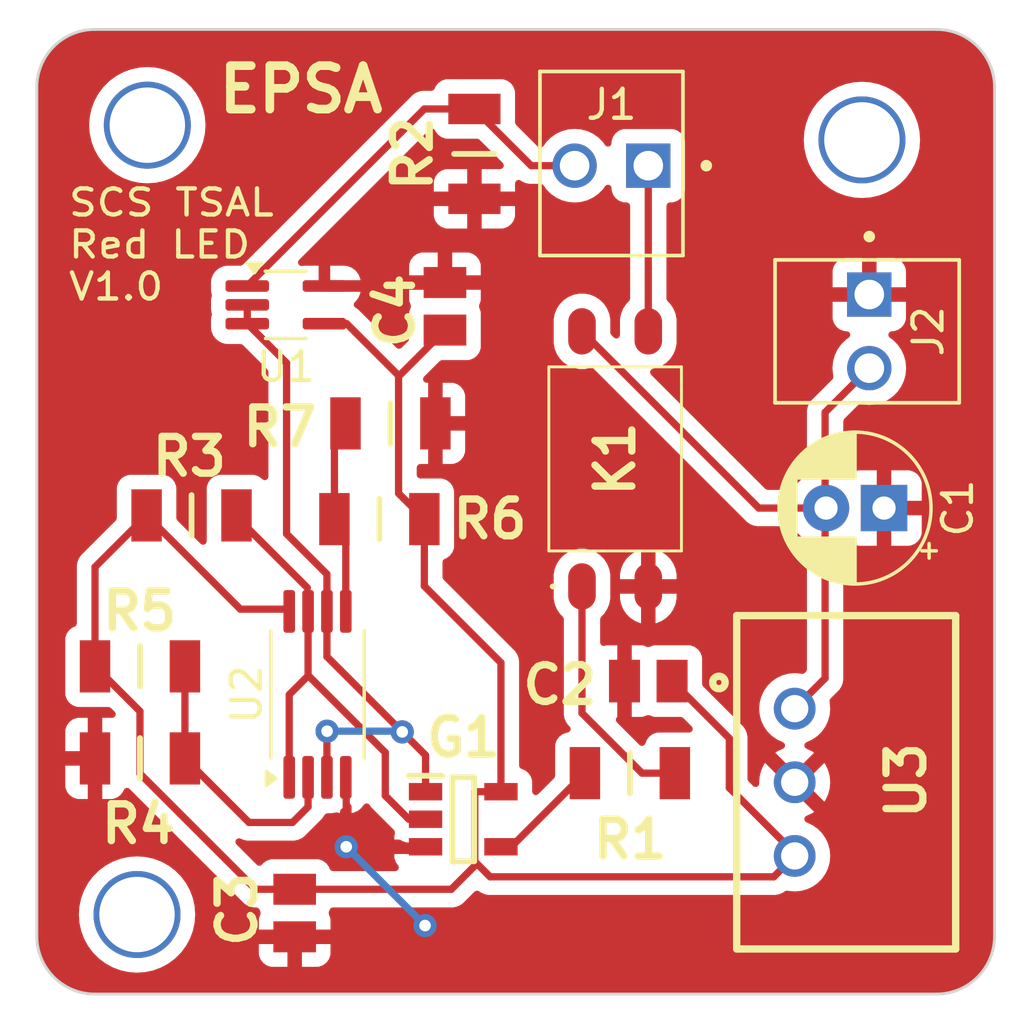
<source format=kicad_pcb>
(kicad_pcb (version 20240108) (generator "pcbnew") (generator_version "8.0")
  (layers (0 "F.Cu" signal) (31 "B.Cu" signal) (34 "B.Paste" user) (35 "F.Paste" user) (36 "B.SilkS" user "B.Silkscreen") (37 "F.SilkS" user "F.Silkscreen") (38 "B.Mask" user) (39 "F.Mask" user) (44 "Edge.Cuts" user))
  (net 0 "")
  (net 1 "+5V")
  (net 2 "/LED_On")
  (net 3 "GND")
  (net 4 "+12V")
  (net 5 "/Raw_LED_On")
  (net 6 "/LED_Power")
  (net 7 "Net-(K1-+_CONTROL)")
  (net 8 "/0.75V")
  (net 9 "/4.25V")
  (net 10 "Net-(G1-Pad4)")
  (net 11 "/SCS_Compliance")
  (footprint "Package_SO:TSSOP-8_4.4x3mm_P0.65mm" (layer "F.Cu") (at 77.495 70.9426 90)
    (property "Reference" "U2" (at 0 -2.45 -90) (layer "F.SilkS"))
    (property "Value" "Opamp_Dual" (hide yes))
    (fp_line (start 0 -1.61) (end 2.2 -1.61) (stroke (width 0.12)) (layer "F.SilkS"))
    (fp_line (start 0 -1.61) (end -2.2 -1.61) (stroke (width 0.12)) (layer "F.SilkS"))
    (fp_line (start 0 1.61) (end 2.2 1.61) (stroke (width 0.12)) (layer "F.SilkS"))
    (fp_line (start 0 1.61) (end -2.2 1.61) (stroke (width 0.12)) (layer "F.SilkS"))
    (fp_poly (pts (xy -2.9 -1.435) (xy -3.14 -1.765) (xy -2.66 -1.765) (xy -2.9 -1.435)) (stroke (width 0.12)) (fill solid) (layer "F.SilkS"))
    (pad "1" smd roundrect (at -2.8625 -0.975 90) (size 1.475 0.4) (layers "F.Cu" "F.Paste" "F.Mask") (net 11 "/SCS_Compliance"))
    (pad "2" smd roundrect (at -2.8625 -0.325 90) (size 1.475 0.4) (layers "F.Cu" "F.Paste" "F.Mask") (net 8 "/0.75V"))
    (pad "3" smd roundrect (at -2.8625 0.325 90) (size 1.475 0.4) (layers "F.Cu" "F.Paste" "F.Mask") (net 2 "/LED_On"))
    (pad "4" smd roundrect (at -2.8625 0.975 90) (size 1.475 0.4) (layers "F.Cu" "F.Paste" "F.Mask") (net 3 "GND"))
    (pad "5" smd roundrect (at 2.8625 0.975 90) (size 1.475 0.4) (layers "F.Cu" "F.Paste" "F.Mask") (net 9 "/4.25V"))
    (pad "6" smd roundrect (at 2.8625 0.325 90) (size 1.475 0.4) (layers "F.Cu" "F.Paste" "F.Mask") (net 2 "/LED_On"))
    (pad "7" smd roundrect (at 2.8625 -0.325 90) (size 1.475 0.4) (layers "F.Cu" "F.Paste" "F.Mask") (net 11 "/SCS_Compliance"))
    (pad "8" smd roundrect (at 2.8625 -0.975 90) (size 1.475 0.4) (layers "F.Cu" "F.Paste" "F.Mask") (net 1 "+5V"))
  )
  (footprint "EPSA_lib:RESC3216X70N" (layer "F.Cu") (at 88.265 73.66 180)
    (property "Reference" "R1" (at -0.011901 -2.286 180) (layer "F.SilkS") (effects (font (size 1.27 1.27) (thickness 0.254))))
    (property "Value" "2k2" (hide yes))
    (fp_line (start 0 -0.7) (end 0 0.7) (stroke (width 0.2)) (layer "F.SilkS"))
    (pad "1" smd rect (at -1.55 0 180) (size 1.05 1.8) (layers "F.Cu" "F.Paste" "F.Mask") (net 7 "Net-(K1-+_CONTROL)"))
    (pad "2" smd rect (at 1.55 0 180) (size 1.05 1.8) (layers "F.Cu" "F.Paste" "F.Mask") (net 10 "Net-(G1-Pad4)"))
  )
  (footprint "Capacitor_THT:CP_Radial_D5.0mm_P2.00mm" (layer "F.Cu") (at 97.028 64.516 180)
    (property "Reference" "C1" (at -2.54 0 -90) (layer "F.SilkS"))
    (property "Value" "C")
    (fp_line (start 3.601 -0.284) (end 3.601 0.284) (stroke (width 0.12)) (layer "F.SilkS"))
    (fp_line (start 3.561 -0.518) (end 3.561 0.518) (stroke (width 0.12)) (layer "F.SilkS"))
    (fp_line (start 3.521 -0.677) (end 3.521 0.677) (stroke (width 0.12)) (layer "F.SilkS"))
    (fp_line (start 3.481 -0.805) (end 3.481 0.805) (stroke (width 0.12)) (layer "F.SilkS"))
    (fp_line (start 3.441 -0.915) (end 3.441 0.915) (stroke (width 0.12)) (layer "F.SilkS"))
    (fp_line (start 3.401 -1.011) (end 3.401 1.011) (stroke (width 0.12)) (layer "F.SilkS"))
    (fp_line (start 3.361 -1.098) (end 3.361 1.098) (stroke (width 0.12)) (layer "F.SilkS"))
    (fp_line (start 3.321 -1.178) (end 3.321 1.178) (stroke (width 0.12)) (layer "F.SilkS"))
    (fp_line (start 3.281 -1.251) (end 3.281 1.251) (stroke (width 0.12)) (layer "F.SilkS"))
    (fp_line (start 3.241 -1.319) (end 3.241 1.319) (stroke (width 0.12)) (layer "F.SilkS"))
    (fp_line (start 3.201 -1.383) (end 3.201 1.383) (stroke (width 0.12)) (layer "F.SilkS"))
    (fp_line (start 3.161 -1.443) (end 3.161 1.443) (stroke (width 0.12)) (layer "F.SilkS"))
    (fp_line (start 3.121 -1.5) (end 3.121 1.5) (stroke (width 0.12)) (layer "F.SilkS"))
    (fp_line (start 3.081 -1.554) (end 3.081 1.554) (stroke (width 0.12)) (layer "F.SilkS"))
    (fp_line (start 3.041 -1.605) (end 3.041 1.605) (stroke (width 0.12)) (layer "F.SilkS"))
    (fp_line (start 3.001 1.04) (end 3.001 1.653) (stroke (width 0.12)) (layer "F.SilkS"))
    (fp_line (start 3.001 -1.653) (end 3.001 -1.04) (stroke (width 0.12)) (layer "F.SilkS"))
    (fp_line (start 2.961 1.04) (end 2.961 1.699) (stroke (width 0.12)) (layer "F.SilkS"))
    (fp_line (start 2.961 -1.699) (end 2.961 -1.04) (stroke (width 0.12)) (layer "F.SilkS"))
    (fp_line (start 2.921 1.04) (end 2.921 1.743) (stroke (width 0.12)) (layer "F.SilkS"))
    (fp_line (start 2.921 -1.743) (end 2.921 -1.04) (stroke (width 0.12)) (layer "F.SilkS"))
    (fp_line (start 2.881 1.04) (end 2.881 1.785) (stroke (width 0.12)) (layer "F.SilkS"))
    (fp_line (start 2.881 -1.785) (end 2.881 -1.04) (stroke (width 0.12)) (layer "F.SilkS"))
    (fp_line (start 2.841 1.04) (end 2.841 1.826) (stroke (width 0.12)) (layer "F.SilkS"))
    (fp_line (start 2.841 -1.826) (end 2.841 -1.04) (stroke (width 0.12)) (layer "F.SilkS"))
    (fp_line (start 2.801 1.04) (end 2.801 1.864) (stroke (width 0.12)) (layer "F.SilkS"))
    (fp_line (start 2.801 -1.864) (end 2.801 -1.04) (stroke (width 0.12)) (layer "F.SilkS"))
    (fp_line (start 2.761 1.04) (end 2.761 1.901) (stroke (width 0.12)) (layer "F.SilkS"))
    (fp_line (start 2.761 -1.901) (end 2.761 -1.04) (stroke (width 0.12)) (layer "F.SilkS"))
    (fp_line (start 2.721 1.04) (end 2.721 1.937) (stroke (width 0.12)) (layer "F.SilkS"))
    (fp_line (start 2.721 -1.937) (end 2.721 -1.04) (stroke (width 0.12)) (layer "F.SilkS"))
    (fp_line (start 2.681 1.04) (end 2.681 1.971) (stroke (width 0.12)) (layer "F.SilkS"))
    (fp_line (start 2.681 -1.971) (end 2.681 -1.04) (stroke (width 0.12)) (layer "F.SilkS"))
    (fp_line (start 2.641 1.04) (end 2.641 2.004) (stroke (width 0.12)) (layer "F.SilkS"))
    (fp_line (start 2.641 -2.004) (end 2.641 -1.04) (stroke (width 0.12)) (layer "F.SilkS"))
    (fp_line (start 2.601 1.04) (end 2.601 2.035) (stroke (width 0.12)) (layer "F.SilkS"))
    (fp_line (start 2.601 -2.035) (end 2.601 -1.04) (stroke (width 0.12)) (layer "F.SilkS"))
    (fp_line (start 2.561 1.04) (end 2.561 2.065) (stroke (width 0.12)) (layer "F.SilkS"))
    (fp_line (start 2.561 -2.065) (end 2.561 -1.04) (stroke (width 0.12)) (layer "F.SilkS"))
    (fp_line (start 2.521 1.04) (end 2.521 2.095) (stroke (width 0.12)) (layer "F.SilkS"))
    (fp_line (start 2.521 -2.095) (end 2.521 -1.04) (stroke (width 0.12)) (layer "F.SilkS"))
    (fp_line (start 2.481 1.04) (end 2.481 2.122) (stroke (width 0.12)) (layer "F.SilkS"))
    (fp_line (start 2.481 -2.122) (end 2.481 -1.04) (stroke (width 0.12)) (layer "F.SilkS"))
    (fp_line (start 2.441 1.04) (end 2.441 2.149) (stroke (width 0.12)) (layer "F.SilkS"))
    (fp_line (start 2.441 -2.149) (end 2.441 -1.04) (stroke (width 0.12)) (layer "F.SilkS"))
    (fp_line (start 2.401 1.04) (end 2.401 2.175) (stroke (width 0.12)) (layer "F.SilkS"))
    (fp_line (start 2.401 -2.175) (end 2.401 -1.04) (stroke (width 0.12)) (layer "F.SilkS"))
    (fp_line (start 2.361 1.04) (end 2.361 2.2) (stroke (width 0.12)) (layer "F.SilkS"))
    (fp_line (start 2.361 -2.2) (end 2.361 -1.04) (stroke (width 0.12)) (layer "F.SilkS"))
    (fp_line (start 2.321 1.04) (end 2.321 2.224) (stroke (width 0.12)) (layer "F.SilkS"))
    (fp_line (start 2.321 -2.224) (end 2.321 -1.04) (stroke (width 0.12)) (layer "F.SilkS"))
    (fp_line (start 2.281 1.04) (end 2.281 2.247) (stroke (width 0.12)) (layer "F.SilkS"))
    (fp_line (start 2.281 -2.247) (end 2.281 -1.04) (stroke (width 0.12)) (layer "F.SilkS"))
    (fp_line (start 2.241 1.04) (end 2.241 2.268) (stroke (width 0.12)) (layer "F.SilkS"))
    (fp_line (start 2.241 -2.268) (end 2.241 -1.04) (stroke (width 0.12)) (layer "F.SilkS"))
    (fp_line (start 2.201 1.04) (end 2.201 2.29) (stroke (width 0.12)) (layer "F.SilkS"))
    (fp_line (start 2.201 -2.29) (end 2.201 -1.04) (stroke (width 0.12)) (layer "F.SilkS"))
    (fp_line (start 2.161 1.04) (end 2.161 2.31) (stroke (width 0.12)) (layer "F.SilkS"))
    (fp_line (start 2.161 -2.31) (end 2.161 -1.04) (stroke (width 0.12)) (layer "F.SilkS"))
    (fp_line (start 2.121 1.04) (end 2.121 2.329) (stroke (width 0.12)) (layer "F.SilkS"))
    (fp_line (start 2.121 -2.329) (end 2.121 -1.04) (stroke (width 0.12)) (layer "F.SilkS"))
    (fp_line (start 2.081 1.04) (end 2.081 2.348) (stroke (width 0.12)) (layer "F.SilkS"))
    (fp_line (start 2.081 -2.348) (end 2.081 -1.04) (stroke (width 0.12)) (layer "F.SilkS"))
    (fp_line (start 2.041 1.04) (end 2.041 2.365) (stroke (width 0.12)) (layer "F.SilkS"))
    (fp_line (start 2.041 -2.365) (end 2.041 -1.04) (stroke (width 0.12)) (layer "F.SilkS"))
    (fp_line (start 2.001 1.04) (end 2.001 2.382) (stroke (width 0.12)) (layer "F.SilkS"))
    (fp_line (start 2.001 -2.382) (end 2.001 -1.04) (stroke (width 0.12)) (layer "F.SilkS"))
    (fp_line (start 1.961 1.04) (end 1.961 2.398) (stroke (width 0.12)) (layer "F.SilkS"))
    (fp_line (start 1.961 -2.398) (end 1.961 -1.04) (stroke (width 0.12)) (layer "F.SilkS"))
    (fp_line (start 1.921 1.04) (end 1.921 2.414) (stroke (width 0.12)) (layer "F.SilkS"))
    (fp_line (start 1.921 -2.414) (end 1.921 -1.04) (stroke (width 0.12)) (layer "F.SilkS"))
    (fp_line (start 1.881 1.04) (end 1.881 2.428) (stroke (width 0.12)) (layer "F.SilkS"))
    (fp_line (start 1.881 -2.428) (end 1.881 -1.04) (stroke (width 0.12)) (layer "F.SilkS"))
    (fp_line (start 1.841 1.04) (end 1.841 2.442) (stroke (width 0.12)) (layer "F.SilkS"))
    (fp_line (start 1.841 -2.442) (end 1.841 -1.04) (stroke (width 0.12)) (layer "F.SilkS"))
    (fp_line (start 1.801 1.04) (end 1.801 2.455) (stroke (width 0.12)) (layer "F.SilkS"))
    (fp_line (start 1.801 -2.455) (end 1.801 -1.04) (stroke (width 0.12)) (layer "F.SilkS"))
    (fp_line (start 1.761 1.04) (end 1.761 2.468) (stroke (width 0.12)) (layer "F.SilkS"))
    (fp_line (start 1.761 -2.468) (end 1.761 -1.04) (stroke (width 0.12)) (layer "F.SilkS"))
    (fp_line (start 1.721 1.04) (end 1.721 2.48) (stroke (width 0.12)) (layer "F.SilkS"))
    (fp_line (start 1.721 -2.48) (end 1.721 -1.04) (stroke (width 0.12)) (layer "F.SilkS"))
    (fp_line (start 1.68 1.04) (end 1.68 2.491) (stroke (width 0.12)) (layer "F.SilkS"))
    (fp_line (start 1.68 -2.491) (end 1.68 -1.04) (stroke (width 0.12)) (layer "F.SilkS"))
    (fp_line (start 1.64 1.04) (end 1.64 2.501) (stroke (width 0.12)) (layer "F.SilkS"))
    (fp_line (start 1.64 -2.501) (end 1.64 -1.04) (stroke (width 0.12)) (layer "F.SilkS"))
    (fp_line (start 1.6 1.04) (end 1.6 2.511) (stroke (width 0.12)) (layer "F.SilkS"))
    (fp_line (start 1.6 -2.511) (end 1.6 -1.04) (stroke (width 0.12)) (layer "F.SilkS"))
    (fp_line (start 1.56 1.04) (end 1.56 2.52) (stroke (width 0.12)) (layer "F.SilkS"))
    (fp_line (start 1.56 -2.52) (end 1.56 -1.04) (stroke (width 0.12)) (layer "F.SilkS"))
    (fp_line (start 1.52 1.04) (end 1.52 2.528) (stroke (width 0.12)) (layer "F.SilkS"))
    (fp_line (start 1.52 -2.528) (end 1.52 -1.04) (stroke (width 0.12)) (layer "F.SilkS"))
    (fp_line (start 1.48 1.04) (end 1.48 2.536) (stroke (width 0.12)) (layer "F.SilkS"))
    (fp_line (start 1.48 -2.536) (end 1.48 -1.04) (stroke (width 0.12)) (layer "F.SilkS"))
    (fp_line (start 1.44 1.04) (end 1.44 2.543) (stroke (width 0.12)) (layer "F.SilkS"))
    (fp_line (start 1.44 -2.543) (end 1.44 -1.04) (stroke (width 0.12)) (layer "F.SilkS"))
    (fp_line (start 1.4 1.04) (end 1.4 2.55) (stroke (width 0.12)) (layer "F.SilkS"))
    (fp_line (start 1.4 -2.55) (end 1.4 -1.04) (stroke (width 0.12)) (layer "F.SilkS"))
    (fp_line (start 1.36 1.04) (end 1.36 2.556) (stroke (width 0.12)) (layer "F.SilkS"))
    (fp_line (start 1.36 -2.556) (end 1.36 -1.04) (stroke (width 0.12)) (layer "F.SilkS"))
    (fp_line (start 1.32 1.04) (end 1.32 2.561) (stroke (width 0.12)) (layer "F.SilkS"))
    (fp_line (start 1.32 -2.561) (end 1.32 -1.04) (stroke (width 0.12)) (layer "F.SilkS"))
    (fp_line (start 1.28 1.04) (end 1.28 2.565) (stroke (width 0.12)) (layer "F.SilkS"))
    (fp_line (start 1.28 -2.565) (end 1.28 -1.04) (stroke (width 0.12)) (layer "F.SilkS"))
    (fp_line (start 1.24 1.04) (end 1.24 2.569) (stroke (width 0.12)) (layer "F.SilkS"))
    (fp_line (start 1.24 -2.569) (end 1.24 -1.04) (stroke (width 0.12)) (layer "F.SilkS"))
    (fp_line (start 1.2 1.04) (end 1.2 2.573) (stroke (width 0.12)) (layer "F.SilkS"))
    (fp_line (start 1.2 -2.573) (end 1.2 -1.04) (stroke (width 0.12)) (layer "F.SilkS"))
    (fp_line (start 1.16 1.04) (end 1.16 2.576) (stroke (width 0.12)) (layer "F.SilkS"))
    (fp_line (start 1.16 -2.576) (end 1.16 -1.04) (stroke (width 0.12)) (layer "F.SilkS"))
    (fp_line (start 1.12 1.04) (end 1.12 2.578) (stroke (width 0.12)) (layer "F.SilkS"))
    (fp_line (start 1.12 -2.578) (end 1.12 -1.04) (stroke (width 0.12)) (layer "F.SilkS"))
    (fp_line (start 1.08 1.04) (end 1.08 2.579) (stroke (width 0.12)) (layer "F.SilkS"))
    (fp_line (start 1.08 -2.579) (end 1.08 -1.04) (stroke (width 0.12)) (layer "F.SilkS"))
    (fp_line (start 1.04 1.04) (end 1.04 2.58) (stroke (width 0.12)) (layer "F.SilkS"))
    (fp_line (start 1.04 -2.58) (end 1.04 -1.04) (stroke (width 0.12)) (layer "F.SilkS"))
    (fp_line (start 1 1.04) (end 1 2.58) (stroke (width 0.12)) (layer "F.SilkS"))
    (fp_line (start 1 -2.58) (end 1 -1.04) (stroke (width 0.12)) (layer "F.SilkS"))
    (fp_line (start -1.554775 -1.725) (end -1.554775 -1.225) (stroke (width 0.12)) (layer "F.SilkS"))
    (fp_line (start -1.804775 -1.475) (end -1.304775 -1.475) (stroke (width 0.12)) (layer "F.SilkS"))
    (fp_circle (center 1 0) (end 3.62 0) (stroke (width 0.12)) (fill none) (layer "F.SilkS"))
    (pad "1" thru_hole rect (at 0 0 180) (size 1.6 1.6) (drill 0.8) (layers "*.Cu" "*.Mask") (net 3 "GND"))
    (pad "2" thru_hole circle (at 2 0 180) (size 1.6 1.6) (drill 0.8) (layers "*.Cu" "*.Mask") (net 4 "+12V"))
  )
  (footprint "EPSA_lib:RESC3216X70N" (layer "F.Cu") (at 73.152 64.77)
    (property "Reference" "R3" (at -0.0762 -2.032 0) (layer "F.SilkS") (effects (font (size 1.27 1.27) (thickness 0.254))))
    (property "Value" "10k" (hide yes))
    (fp_line (start 0 -0.7) (end 0 0.7) (stroke (width 0.2)) (layer "F.SilkS"))
    (pad "1" smd rect (at -1.55 0) (size 1.05 1.8) (layers "F.Cu" "F.Paste" "F.Mask") (net 1 "+5V"))
    (pad "2" smd rect (at 1.55 0) (size 1.05 1.8) (layers "F.Cu" "F.Paste" "F.Mask") (net 11 "/SCS_Compliance"))
  )
  (footprint "EPSA_lib:CPC1394GR" (layer "F.Cu") (at 87.757 62.82)
    (property "Reference" "K1" (at 0 0 90) (layer "F.SilkS") (effects (font (size 1.27 1.27) (thickness 0.254))))
    (property "Value" "SSR CPC1394GR" (hide yes))
    (fp_line (start -2.286 -3.175) (end 2.286 -3.175) (stroke (width 0.1)) (layer "F.SilkS"))
    (fp_line (start -2.286 3.175) (end -2.286 -3.175) (stroke (width 0.1)) (layer "F.SilkS"))
    (fp_line (start -2.2 4.4) (end -2.2 4.4) (stroke (width 0.1)) (layer "F.SilkS"))
    (fp_line (start -2.1 4.4) (end -2.1 4.4) (stroke (width 0.1)) (layer "F.SilkS"))
    (fp_line (start 2.286 -3.175) (end 2.286 3.175) (stroke (width 0.1)) (layer "F.SilkS"))
    (fp_line (start 2.286 3.175) (end -2.286 3.175) (stroke (width 0.1)) (layer "F.SilkS"))
    (fp_arc (start -2.2 4.4) (mid -2.15 4.35) (end -2.1 4.4) (stroke (width 0.1)) (layer "F.SilkS"))
    (fp_arc (start -2.1 4.4) (mid -2.15 4.45) (end -2.2 4.4) (stroke (width 0.1)) (layer "F.SilkS"))
    (pad "1" smd oval (at -1.143 4.4) (size 0.95 1.6) (layers "F.Cu" "F.Paste" "F.Mask") (net 7 "Net-(K1-+_CONTROL)"))
    (pad "2" smd oval (at 1.143 4.4) (size 0.95 1.6) (layers "F.Cu" "F.Paste" "F.Mask") (net 3 "GND"))
    (pad "3" smd oval (at 1.143 -4.4) (size 0.95 1.6) (layers "F.Cu" "F.Paste" "F.Mask") (net 6 "/LED_Power"))
    (pad "4" smd oval (at -1.143 -4.4) (size 0.95 1.6) (layers "F.Cu" "F.Paste" "F.Mask") (net 4 "+12V"))
  )
  (footprint "EPSA_lib:SOT95P280X145-5N" (layer "F.Cu") (at 82.52 75.25)
    (property "Reference" "G1" (at 0 -2.821039 0) (layer "F.SilkS") (effects (font (size 1.27 1.27) (thickness 0.254))))
    (property "Value" "Gate AND SN74AHCT1G08DBVR" (hide yes))
    (fp_line (start -1.875 -1.5) (end -0.725 -1.5) (stroke (width 0.2)) (layer "F.SilkS"))
    (fp_line (start -0.375 -1.45) (end 0.375 -1.45) (stroke (width 0.2)) (layer "F.SilkS"))
    (fp_line (start -0.375 1.45) (end -0.375 -1.45) (stroke (width 0.2)) (layer "F.SilkS"))
    (fp_line (start 0.375 -1.45) (end 0.375 1.45) (stroke (width 0.2)) (layer "F.SilkS"))
    (fp_line (start 0.375 1.45) (end -0.375 1.45) (stroke (width 0.2)) (layer "F.SilkS"))
    (pad "1" smd rect (at -1.3 -0.95 90) (size 0.6 1.15) (layers "F.Cu" "F.Paste" "F.Mask") (net 2 "/LED_On"))
    (pad "2" smd rect (at -1.3 0 90) (size 0.6 1.15) (layers "F.Cu" "F.Paste" "F.Mask") (net 11 "/SCS_Compliance"))
    (pad "3" smd rect (at -1.3 0.95 90) (size 0.6 1.15) (layers "F.Cu" "F.Paste" "F.Mask") (net 3 "GND"))
    (pad "4" smd rect (at 1.3 0.95 90) (size 0.6 1.15) (layers "F.Cu" "F.Paste" "F.Mask") (net 10 "Net-(G1-Pad4)"))
    (pad "5" smd rect (at 1.3 -0.95 90) (size 0.6 1.15) (layers "F.Cu" "F.Paste" "F.Mask") (net 1 "+5V"))
  )
  (footprint "EPSA_lib:MOLEX_22-11-2022" (layer "F.Cu") (at 88.9 52.705 180)
    (property "Reference" "J1" (at 1.27 2.1082 0) (layer "F.SilkS"))
    (property "Value" "2P Droit 2-11-2022" (hide yes))
    (fp_line (start 3.735 3.25) (end -1.195 3.25) (stroke (width 0.127)) (layer "F.SilkS"))
    (fp_line (start 3.735 -3.1) (end 3.735 3.25) (stroke (width 0.127)) (layer "F.SilkS"))
    (fp_line (start -1.195 3.25) (end -1.195 -3.1) (stroke (width 0.127)) (layer "F.SilkS"))
    (fp_line (start -1.195 -3.1) (end 3.735 -3.1) (stroke (width 0.127)) (layer "F.SilkS"))
    (fp_circle (center -2 0) (end -1.9 0) (stroke (width 0.2)) (fill none) (layer "F.SilkS"))
    (pad "1" thru_hole rect (at 0 0 180) (size 1.53 1.53) (drill 1.02) (layers "*.Cu" "*.Mask") (net 6 "/LED_Power"))
    (pad "2" thru_hole circle (at 2.54 0 180) (size 1.53 1.53) (drill 1.02) (layers "*.Cu" "*.Mask") (net 5 "/Raw_LED_On"))
  )
  (footprint "EPSA_lib:CAPC2012X130N" (layer "F.Cu") (at 81.8896 57.5564 -90)
    (property "Reference" "C4" (at 0.1524 1.7272 90) (layer "F.SilkS") (effects (font (size 1.27 1.27) (thickness 0.254))))
    (property "Value" "10n" (hide yes))
    (pad "1" smd rect (at -0.82 0 270) (size 1.07 1.47) (layers "F.Cu" "F.Paste" "F.Mask") (net 3 "GND"))
    (pad "2" smd rect (at 0.82 0 270) (size 1.07 1.47) (layers "F.Cu" "F.Paste" "F.Mask") (net 1 "+5V"))
  )
  (footprint "EPSA_lib:RESC3216X70N" (layer "F.Cu") (at 71.374 73.152)
    (property "Reference" "R5" (at -0.011901 -5.08 0) (layer "F.SilkS") (effects (font (size 1.27 1.27) (thickness 0.254))))
    (property "Value" "12k" (hide yes))
    (fp_line (start 0 -0.7) (end 0 0.7) (stroke (width 0.2)) (layer "F.SilkS"))
    (pad "1" smd rect (at -1.55 0) (size 1.05 1.8) (layers "F.Cu" "F.Paste" "F.Mask") (net 3 "GND"))
    (pad "2" smd rect (at 1.55 0) (size 1.05 1.8) (layers "F.Cu" "F.Paste" "F.Mask") (net 8 "/0.75V"))
  )
  (footprint "" (layer "F.Cu") (at 71.628 51.308)
    (property "Reference" "" (at 0 0 0) (layer "F.SilkS") (effects (font (size 1.27 1.27))))
    (property "Value" "")
    (pad "1" thru_hole circle (at 0 0) (size 3 3) (drill 2.6) (layers "*.Cu" "*.Mask"))
  )
  (footprint "" (layer "F.Cu") (at 96.266 51.816)
    (property "Reference" "" (at 0 0 0) (layer "F.SilkS") (effects (font (size 1.27 1.27))))
    (property "Value" "")
    (pad "1" thru_hole circle (at 0 0) (size 3 3) (drill 2.6) (layers "*.Cu" "*.Mask"))
  )
  (footprint "EPSA_lib:RESC3216X70N" (layer "F.Cu") (at 71.374 69.977 180)
    (property "Reference" "R4" (at 0.0508 -5.4356 180) (layer "F.SilkS") (effects (font (size 1.27 1.27) (thickness 0.254))))
    (property "Value" "82k" (hide yes))
    (fp_line (start 0 -0.7) (end 0 0.7) (stroke (width 0.2)) (layer "F.SilkS"))
    (pad "1" smd rect (at -1.55 0 180) (size 1.05 1.8) (layers "F.Cu" "F.Paste" "F.Mask") (net 8 "/0.75V"))
    (pad "2" smd rect (at 1.55 0 180) (size 1.05 1.8) (layers "F.Cu" "F.Paste" "F.Mask") (net 1 "+5V"))
  )
  (footprint "EPSA_lib:CAPC2012X130N" (layer "F.Cu") (at 76.708 78.486 90)
    (property "Reference" "C3" (at 0.127 -1.9812 -90) (layer "F.SilkS") (effects (font (size 1.27 1.27) (thickness 0.254))))
    (property "Value" "10n" (hide yes))
    (pad "1" smd rect (at -0.82 0 90) (size 1.07 1.47) (layers "F.Cu" "F.Paste" "F.Mask") (net 3 "GND"))
    (pad "2" smd rect (at 0.82 0 90) (size 1.07 1.47) (layers "F.Cu" "F.Paste" "F.Mask") (net 1 "+5V"))
  )
  (footprint "EPSA_lib:RESC3216X70N" (layer "F.Cu") (at 80.01 61.595 180)
    (property "Reference" "R7" (at 3.81 -0.127 180) (layer "F.SilkS") (effects (font (size 1.27 1.27) (thickness 0.254))))
    (property "Value" "82k" (hide yes))
    (fp_line (start 0 -0.7) (end 0 0.7) (stroke (width 0.2)) (layer "F.SilkS"))
    (pad "1" smd rect (at -1.55 0 180) (size 1.05 1.8) (layers "F.Cu" "F.Paste" "F.Mask") (net 3 "GND"))
    (pad "2" smd rect (at 1.55 0 180) (size 1.05 1.8) (layers "F.Cu" "F.Paste" "F.Mask") (net 9 "/4.25V"))
  )
  (footprint "EPSA_lib:CAPC2012X130N" (layer "F.Cu") (at 88.9 70.485)
    (property "Reference" "C2" (at -3.048 0.127 0) (layer "F.SilkS") (effects (font (size 1.27 1.27) (thickness 0.254))))
    (property "Value" "10n" (hide yes))
    (pad "1" smd rect (at -0.82 0) (size 1.07 1.47) (layers "F.Cu" "F.Paste" "F.Mask") (net 3 "GND"))
    (pad "2" smd rect (at 0.82 0) (size 1.07 1.47) (layers "F.Cu" "F.Paste" "F.Mask") (net 1 "+5V"))
  )
  (footprint "EPSA_lib:MOLEX_22-11-2022" (layer "F.Cu") (at 96.52 57.15 -90)
    (property "Reference" "J2" (at 1.27 -2.032 90) (layer "F.SilkS"))
    (property "Value" "2P Droit 2-11-2022" (hide yes))
    (fp_line (start -1.195 3.25) (end -1.195 -3.1) (stroke (width 0.127)) (layer "F.SilkS"))
    (fp_line (start 3.735 3.25) (end -1.195 3.25) (stroke (width 0.127)) (layer "F.SilkS"))
    (fp_line (start -1.195 -3.1) (end 3.735 -3.1) (stroke (width 0.127)) (layer "F.SilkS"))
    (fp_line (start 3.735 -3.1) (end 3.735 3.25) (stroke (width 0.127)) (layer "F.SilkS"))
    (fp_circle (center -2 0) (end -1.9 0) (stroke (width 0.2)) (fill none) (layer "F.SilkS"))
    (pad "1" thru_hole rect (at 0 0 270) (size 1.53 1.53) (drill 1.02) (layers "*.Cu" "*.Mask") (net 3 "GND"))
    (pad "2" thru_hole circle (at 2.54 0 270) (size 1.53 1.53) (drill 1.02) (layers "*.Cu" "*.Mask") (net 4 "+12V"))
  )
  (footprint "EPSA_lib:RESC3216X70N" (layer "F.Cu") (at 82.9056 52.2986 -90)
    (property "Reference" "R2" (at -0.011901 2.1336 90) (layer "F.SilkS") (effects (font (size 1.27 1.27) (thickness 0.254))))
    (property "Value" "500k" (hide yes))
    (fp_line (start 0 -0.7) (end 0 0.7) (stroke (width 0.2)) (layer "F.SilkS"))
    (pad "1" smd rect (at -1.55 0 270) (size 1.05 1.8) (layers "F.Cu" "F.Paste" "F.Mask") (net 5 "/Raw_LED_On"))
    (pad "2" smd rect (at 1.55 0 270) (size 1.05 1.8) (layers "F.Cu" "F.Paste" "F.Mask") (net 3 "GND"))
  )
  (footprint "EPSA_lib:RESC3216X70N" (layer "F.Cu") (at 79.629 64.897)
    (property "Reference" "R6" (at 3.81 0 0) (layer "F.SilkS") (effects (font (size 1.27 1.27) (thickness 0.254))))
    (property "Value" "12k" (hide yes))
    (fp_line (start 0 -0.7) (end 0 0.7) (stroke (width 0.2)) (layer "F.SilkS"))
    (pad "1" smd rect (at -1.55 0) (size 1.05 1.8) (layers "F.Cu" "F.Paste" "F.Mask") (net 9 "/4.25V"))
    (pad "2" smd rect (at 1.55 0) (size 1.05 1.8) (layers "F.Cu" "F.Paste" "F.Mask") (net 1 "+5V"))
  )
  (footprint "EPSA_lib:TSR-0.5-2433" (layer "F.Cu") (at 91.948 68.2255 -90)
    (property "Reference" "U3" (at 5.6885 -5.842 90) (layer "F.SilkS") (effects (font (size 1.27 1.27) (thickness 0.254))))
    (property "Value" "Alim LP TSR_0.5-2450" (hide yes))
    (fp_line (start 0 0) (end 11.5 0) (stroke (width 0.254)) (layer "F.SilkS"))
    (fp_line (start 11.5 0) (end 11.5 -7.55) (stroke (width 0.254)) (layer "F.SilkS"))
    (fp_line (start 0 -7.55) (end 0 0) (stroke (width 0.254)) (layer "F.SilkS"))
    (fp_line (start 11.5 -7.55) (end 0 -7.55) (stroke (width 0.254)) (layer "F.SilkS"))
    (fp_circle (center 2.306 0.613) (end 2.306 0.702) (stroke (width 0.254)) (fill none) (layer "F.SilkS"))
    (pad "1" thru_hole circle (at 3.21 -2 270) (size 1.44 1.44) (drill 0.94) (layers "*.Cu" "*.Mask") (net 4 "+12V"))
    (pad "2" thru_hole circle (at 5.75 -2 270) (size 1.44 1.44) (drill 0.94) (layers "*.Cu" "*.Mask") (net 3 "GND"))
    (pad "3" thru_hole circle (at 8.29 -2 270) (size 1.44 1.44) (drill 0.94) (layers "*.Cu" "*.Mask") (net 1 "+5V"))
  )
  (footprint "" (layer "F.Cu") (at 71.2724 78.5368)
    (property "Reference" "" (at 0 0 0) (layer "F.SilkS") (effects (font (size 1.27 1.27))))
    (property "Value" "")
    (pad "1" thru_hole circle (at 0 0) (size 3 3) (drill 2.6) (layers "*.Cu" "*.Mask"))
  )
  (footprint "Package_TO_SOT_SMD:SOT-353_SC-70-5_Handsoldering" (layer "F.Cu") (at 76.4032 57.5056)
    (property "Reference" "U1" (at 0 2.1336 0) (layer "F.SilkS"))
    (property "Value" "~")
    (fp_line (start -0.71 -1.16) (end 0.7 -1.16) (stroke (width 0.12)) (layer "F.SilkS"))
    (fp_line (start -0.7 1.16) (end 0.7 1.16) (stroke (width 0.12)) (layer "F.SilkS"))
    (fp_poly (pts (xy -1.08 -1.11) (xy -1.32 -1.44) (xy -0.84 -1.44) (xy -1.08 -1.11)) (stroke (width 0.12)) (fill solid) (layer "F.SilkS"))
    (pad "1" smd roundrect (at -1.33 -0.65) (size 1.5 0.4) (layers "F.Cu" "F.Paste" "F.Mask") (net 5 "/Raw_LED_On"))
    (pad "2" smd roundrect (at -1.33 0) (size 1.5 0.4) (layers "F.Cu" "F.Paste" "F.Mask") (net 2 "/LED_On"))
    (pad "3" smd roundrect (at -1.33 0.65) (size 1.5 0.4) (layers "F.Cu" "F.Paste" "F.Mask") (net 2 "/LED_On"))
    (pad "4" smd roundrect (at 1.33 0.65) (size 1.5 0.4) (layers "F.Cu" "F.Paste" "F.Mask") (net 1 "+5V"))
    (pad "5" smd roundrect (at 1.33 -0.65) (size 1.5 0.4) (layers "F.Cu" "F.Paste" "F.Mask") (net 3 "GND"))
  )
  (gr_arc (start 98.838 48.006) (mid 100.252214 48.591786) (end 100.838 50.006) (stroke (width 0.1)) (layer "Edge.Cuts"))
  (gr_arc (start 100.838 79.28) (mid 100.252214 80.694214) (end 98.838 81.28) (stroke (width 0.1)) (layer "Edge.Cuts"))
  (gr_line (start 100.838 50.006) (end 100.838 79.28) (stroke (width 0.1)) (layer "Edge.Cuts"))
  (gr_line (start 67.818 79.28) (end 67.818 50.006) (stroke (width 0.1)) (layer "Edge.Cuts"))
  (gr_line (start 98.838 81.28) (end 69.818 81.28) (stroke (width 0.1)) (layer "Edge.Cuts"))
  (gr_arc (start 69.818 81.28) (mid 68.403786 80.694214) (end 67.818 79.28) (stroke (width 0.1)) (layer "Edge.Cuts"))
  (gr_line (start 69.818 48.006) (end 98.838 48.006) (stroke (width 0.1)) (layer "Edge.Cuts"))
  (gr_arc (start 67.818 50.006) (mid 68.403786 48.591786) (end 69.818 48.006) (stroke (width 0.1)) (layer "Edge.Cuts"))
  (gr_text "SCS TSAL\nRed LED\nV1.0" (at 68.834 57.404 0) (layer "F.SilkS") (effects (font (size 0.9 1)) (justify left bottom)))
  (gr_text "EPSA" (at 73.9394 50.9524 0) (layer "F.SilkS") (effects (font (size 1.5 1.5) (thickness 0.3) (bold yes)) (justify left bottom)))
  (segment (start 78.501 58.1556) (end 80.29 59.9446) (width 0.25) (layer "F.Cu") (net 1))
  (segment (start 83.445799 77.235499) (end 93.228001 77.235499) (width 0.25) (layer "F.Cu") (net 1))
  (segment (start 71.374 73.677) (end 71.374 71.527) (width 0.25) (layer "F.Cu") (net 1))
  (segment (start 83.82 74.3) (end 83.3692 74.3) (width 0.25) (layer "F.Cu") (net 1))
  (segment (start 82.9183 76.708) (end 83.445799 77.235499) (width 0.25) (layer "F.Cu") (net 1))
  (segment (start 80.29 59.976) (end 81.8896 58.3764) (width 0.25) (layer "F.Cu") (net 1))
  (segment (start 74.8355 68.0035) (end 76.495 68.0035) (width 0.25) (layer "F.Cu") (net 1))
  (segment (start 71.374 71.527) (end 69.824 69.977) (width 0.25) (layer "F.Cu") (net 1))
  (segment (start 93.948 76.5155) (end 93.948 76.422) (width 0.25) (layer "F.Cu") (net 1))
  (segment (start 69.824 66.548) (end 71.602 64.77) (width 0.25) (layer "F.Cu") (net 1))
  (segment (start 82.9183 76.8544) (end 82.1067 77.666) (width 0.25) (layer "F.Cu") (net 1))
  (segment (start 83.82 69.85) (end 83.82 74.3) (width 0.25) (layer "F.Cu") (net 1))
  (segment (start 81.179 67.209) (end 83.82 69.85) (width 0.25) (layer "F.Cu") (net 1))
  (segment (start 81.179 64.897) (end 80.29 64.008) (width 0.25) (layer "F.Cu") (net 1))
  (segment (start 80.29 59.9446) (end 80.29 59.976) (width 0.25) (layer "F.Cu") (net 1))
  (segment (start 80.29 64.008) (end 80.29 59.976) (width 0.25) (layer "F.Cu") (net 1))
  (segment (start 83.3692 74.3) (end 82.9183 74.3) (width 0.25) (layer "F.Cu") (net 1))
  (segment (start 76.708 77.666) (end 75.363 77.666) (width 0.25) (layer "F.Cu") (net 1))
  (segment (start 71.602 64.77) (end 74.8355 68.0035) (width 0.25) (layer "F.Cu") (net 1))
  (segment (start 93.228001 77.235499) (end 93.948 76.5155) (width 0.25) (layer "F.Cu") (net 1))
  (segment (start 82.1067 77.666) (end 76.708 77.666) (width 0.25) (layer "F.Cu") (net 1))
  (segment (start 82.9183 76.708) (end 82.9183 74.3) (width 0.25) (layer "F.Cu") (net 1))
  (segment (start 81.179 64.897) (end 81.179 67.209) (width 0.25) (layer "F.Cu") (net 1))
  (segment (start 75.363 77.666) (end 71.374 73.677) (width 0.25) (layer "F.Cu") (net 1))
  (segment (start 91.694 74.168) (end 91.694 72.459) (width 0.25) (layer "F.Cu") (net 1))
  (segment (start 69.824 69.977) (end 69.824 66.548) (width 0.25) (layer "F.Cu") (net 1))
  (segment (start 93.948 76.422) (end 91.694 74.168) (width 0.25) (layer "F.Cu") (net 1))
  (segment (start 91.694 72.459) (end 89.72 70.485) (width 0.25) (layer "F.Cu") (net 1))
  (segment (start 77.7332 58.1556) (end 78.501 58.1556) (width 0.25) (layer "F.Cu") (net 1))
  (segment (start 82.9183 76.8544) (end 82.9183 76.708) (width 0.25) (layer "F.Cu") (net 1))
  (segment (start 77.82 69.6412) (end 77.82 68.0801) (width 0.25) (layer "F.Cu") (net 2))
  (segment (start 76.4286 65.405) (end 77.82 66.7964) (width 0.25) (layer "F.Cu") (net 2))
  (segment (start 75.0732 57.5056) (end 75.0732 58.1556) (width 0.25) (layer "F.Cu") (net 2))
  (segment (start 77.82 72.2178) (end 77.82 73.8051) (width 0.25) (layer "F.Cu") (net 2))
  (segment (start 77.8256 72.2122) (end 77.82 72.2178) (width 0.25) (layer "F.Cu") (net 2))
  (segment (start 80.4164 72.2376) (end 77.82 69.6412) (width 0.25) (layer "F.Cu") (net 2))
  (segment (start 75.0732 58.1556) (end 76.4286 59.511) (width 0.25) (layer "F.Cu") (net 2))
  (segment (start 81.22 73.0412) (end 81.22 74.3) (width 0.25) (layer "F.Cu") (net 2))
  (segment (start 76.4286 59.511) (end 76.4286 65.405) (width 0.25) (layer "F.Cu") (net 2))
  (segment (start 80.4164 72.2376) (end 81.22 73.0412) (width 0.25) (layer "F.Cu") (net 2))
  (segment (start 77.82 66.7964) (end 77.82 68.0801) (width 0.25) (layer "F.Cu") (net 2))
  (via (at 80.4164 72.2376) (size 0.8) (drill 0.4) (layers "F.Cu" "B.Cu") (net 2))
  (via (at 77.8256 72.2122) (size 0.8) (drill 0.4) (layers "F.Cu" "B.Cu") (net 2))
  (segment (start 77.8256 72.2122) (end 80.391 72.2122) (width 0.25) (layer "B.Cu") (net 2))
  (segment (start 80.391 72.2122) (end 80.4164 72.2376) (width 0.25) (layer "B.Cu") (net 2))
  (segment (start 78.486 76.2) (end 78.486 73.7695) (width 0.25) (layer "F.Cu") (net 3))
  (segment (start 78.486 76.2) (end 81.22 76.2) (width 0.25) (layer "F.Cu") (net 3))
  (segment (start 78.486 73.7695) (end 78.445 73.7285) (width 0.25) (layer "F.Cu") (net 3))
  (via (at 81.2038 78.9178) (size 0.8) (drill 0.4) (layers "F.Cu" "B.Cu") (net 3))
  (via (at 78.486 76.2) (size 0.8) (drill 0.4) (layers "F.Cu" "B.Cu") (net 3))
  (segment (start 81.2038 78.9178) (end 78.486 76.2) (width 0.25) (layer "B.Cu") (net 3))
  (segment (start 94.996 64.484) (end 94.996 61.214) (width 0.25) (layer "F.Cu") (net 4))
  (segment (start 92.71 64.516) (end 95.028 64.516) (width 0.25) (layer "F.Cu") (net 4))
  (segment (start 94.996 64.548) (end 95.028 64.516) (width 0.25) (layer "F.Cu") (net 4))
  (segment (start 86.614 58.42) (end 92.71 64.516) (width 0.25) (layer "F.Cu") (net 4))
  (segment (start 95.028 64.516) (end 94.996 64.484) (width 0.25) (layer "F.Cu") (net 4))
  (segment (start 94.996 61.214) (end 96.52 59.69) (width 0.25) (layer "F.Cu") (net 4))
  (segment (start 93.948 71.4355) (end 94.996 70.3875) (width 0.25) (layer "F.Cu") (net 4))
  (segment (start 94.996 70.3875) (end 94.996 64.548) (width 0.25) (layer "F.Cu") (net 4))
  (segment (start 82.9056 50.7486) (end 81.1802 50.7486) (width 0.25) (layer "F.Cu") (net 5))
  (segment (start 86.36 52.705) (end 84.862 52.705) (width 0.25) (layer "F.Cu") (net 5))
  (segment (start 84.862 52.705) (end 82.9056 50.7486) (width 0.25) (layer "F.Cu") (net 5))
  (segment (start 81.1802 50.7486) (end 75.0732 56.8556) (width 0.25) (layer "F.Cu") (net 5))
  (segment (start 88.9 52.705) (end 88.9 58.42) (width 0.25) (layer "F.Cu") (net 6))
  (segment (start 88.6833 73.66) (end 86.614 71.5907) (width 0.25) (layer "F.Cu") (net 7))
  (segment (start 86.614 71.5907) (end 86.614 67.22) (width 0.25) (layer "F.Cu") (net 7))
  (segment (start 89.815 73.66) (end 88.6833 73.66) (width 0.25) (layer "F.Cu") (net 7))
  (segment (start 72.924 69.977) (end 72.924 73.152) (width 0.25) (layer "F.Cu") (net 8))
  (segment (start 72.924 73.152) (end 75.1338 75.3618) (width 0.25) (layer "F.Cu") (net 8))
  (segment (start 75.1338 75.3618) (end 76.6318 75.3618) (width 0.25) (layer "F.Cu") (net 8))
  (segment (start 77.17 74.8236) (end 77.17 73.8051) (width 0.25) (layer "F.Cu") (net 8))
  (segment (start 76.6318 75.3618) (end 77.17 74.8236) (width 0.25) (layer "F.Cu") (net 8))
  (segment (start 78.079 61.976) (end 78.079 64.897) (width 0.25) (layer "F.Cu") (net 9))
  (segment (start 78.47 65.288) (end 78.079 64.897) (width 0.25) (layer "F.Cu") (net 9))
  (segment (start 78.47 68.0801) (end 78.47 65.288) (width 0.25) (layer "F.Cu") (net 9))
  (segment (start 78.46 61.595) (end 78.079 61.976) (width 0.25) (layer "F.Cu") (net 9))
  (segment (start 77.82 65.156) (end 78.079 64.897) (width 0.25) (layer "F.Cu") (net 9))
  (segment (start 84.175 76.2) (end 83.82 76.2) (width 0.25) (layer "F.Cu") (net 10))
  (segment (start 86.715 73.66) (end 84.175 76.2) (width 0.25) (layer "F.Cu") (net 10))
  (segment (start 77.17 70.2866) (end 77.17 70.3024) (width 0.25) (layer "F.Cu") (net 11))
  (segment (start 76.52 70.9524) (end 76.52 73.8051) (width 0.25) (layer "F.Cu") (net 11))
  (segment (start 77.17 70.3024) (end 76.52 70.9524) (width 0.25) (layer "F.Cu") (net 11))
  (segment (start 79.8322 72.9488) (end 77.17 70.2866) (width 0.25) (layer "F.Cu") (net 11))
  (segment (start 80.645 75.25) (end 79.8322 74.4372) (width 0.25) (layer "F.Cu") (net 11))
  (segment (start 74.702 64.823001) (end 77.145 67.266001) (width 0.25) (layer "F.Cu") (net 11))
  (segment (start 81.22 75.25) (end 80.645 75.25) (width 0.25) (layer "F.Cu") (net 11))
  (segment (start 79.8322 74.4372) (end 79.8322 72.9488) (width 0.25) (layer "F.Cu") (net 11))
  (segment (start 74.702 64.77) (end 74.702 64.823001) (width 0.25) (layer "F.Cu") (net 11))
  (segment (start 77.17 70.2866) (end 77.17 68.0801) (width 0.25) (layer "F.Cu") (net 11))
  (zone (net 3) (net_name "GND") (layer "F.Cu") (connect_pads (clearance 0.5)) (min_thickness 0.25) (fill yes (thermal_gap 0.5) (thermal_bridge_width 0.5))
    (polygon (pts (xy 66.548 47.244) (xy 66.548 82.042) (xy 101.854 82.042) (xy 101.854 46.99)))
  )
)
</source>
